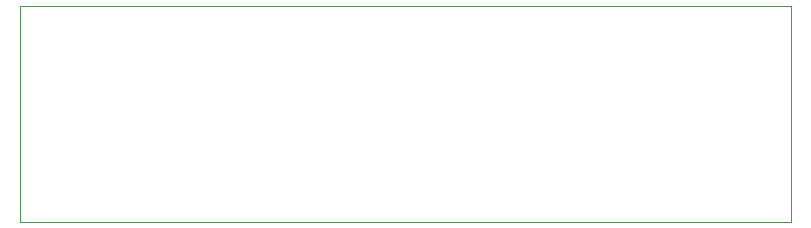
<source format=gm1>
G04 #@! TF.GenerationSoftware,KiCad,Pcbnew,(6.0.4)*
G04 #@! TF.CreationDate,2022-06-19T17:23:47+02:00*
G04 #@! TF.ProjectId,Klipper nano expander,4b6c6970-7065-4722-906e-616e6f206578,1.0*
G04 #@! TF.SameCoordinates,Original*
G04 #@! TF.FileFunction,Profile,NP*
%FSLAX46Y46*%
G04 Gerber Fmt 4.6, Leading zero omitted, Abs format (unit mm)*
G04 Created by KiCad (PCBNEW (6.0.4)) date 2022-06-19 17:23:47*
%MOMM*%
%LPD*%
G01*
G04 APERTURE LIST*
G04 #@! TA.AperFunction,Profile*
%ADD10C,0.100000*%
G04 #@! TD*
G04 APERTURE END LIST*
D10*
X183134000Y-83312000D02*
X117856000Y-83312000D01*
X117856000Y-83312000D02*
X117856000Y-101600000D01*
X117856000Y-101600000D02*
X183134000Y-101600000D01*
X183134000Y-101600000D02*
X183134000Y-83312000D01*
M02*

</source>
